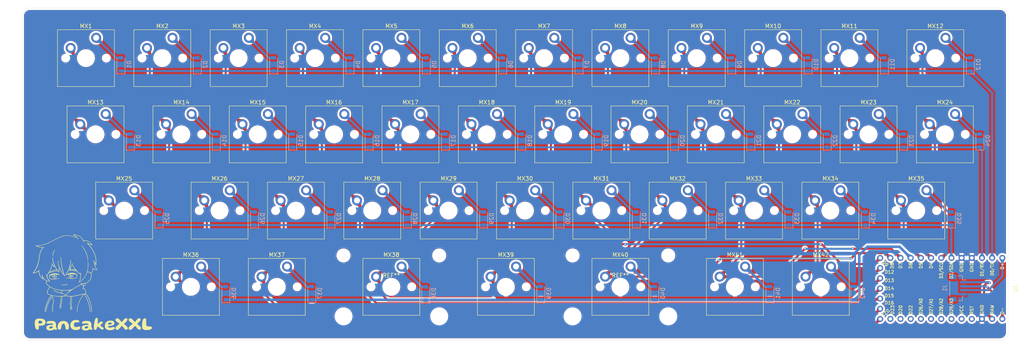
<source format=kicad_pcb>
(kicad_pcb (version 20240108) (generator "pcbnew") (generator_version "8.0")
  (layers (0 "F.Cu" signal) (31 "B.Cu" signal) (34 "B.Paste" user) (35 "F.Paste" user) (36 "B.SilkS" user "B.Silkscreen") (37 "F.SilkS" user "F.Silkscreen") (38 "B.Mask" user) (39 "F.Mask" user) (44 "Edge.Cuts" user))
  (net 0 "")
  (net 1 "Net-(D1-A)")
  (net 2 "Row0")
  (net 3 "Net-(D2-A)")
  (net 4 "Net-(D3-A)")
  (net 5 "Net-(D4-A)")
  (net 6 "Net-(D5-A)")
  (net 7 "Net-(D6-A)")
  (net 8 "Net-(D7-A)")
  (net 9 "Net-(D8-A)")
  (net 10 "Net-(D9-A)")
  (net 11 "Net-(D10-A)")
  (net 12 "Net-(D11-A)")
  (net 13 "Net-(D12-A)")
  (net 14 "Net-(D13-A)")
  (net 15 "Row1")
  (net 16 "Net-(D14-A)")
  (net 17 "Net-(D15-A)")
  (net 18 "Net-(D16-A)")
  (net 19 "Net-(D17-A)")
  (net 20 "Net-(D18-A)")
  (net 21 "Net-(D19-A)")
  (net 22 "Net-(D20-A)")
  (net 23 "Net-(D21-A)")
  (net 24 "Net-(D22-A)")
  (net 25 "Net-(D23-A)")
  (net 26 "Net-(D24-A)")
  (net 27 "Net-(D25-A)")
  (net 28 "Row2")
  (net 29 "Net-(D26-A)")
  (net 30 "Net-(D27-A)")
  (net 31 "Net-(D28-A)")
  (net 32 "Net-(D29-A)")
  (net 33 "Net-(D30-A)")
  (net 34 "Net-(D31-A)")
  (net 35 "Net-(D32-A)")
  (net 36 "Net-(D33-A)")
  (net 37 "Net-(D34-A)")
  (net 38 "Net-(D35-A)")
  (net 39 "Net-(D36-A)")
  (net 40 "Row3")
  (net 41 "Net-(D37-A)")
  (net 42 "Net-(D38-A)")
  (net 43 "Net-(D39-A)")
  (net 44 "Net-(D40-A)")
  (net 45 "Net-(D41-A)")
  (net 46 "Net-(D42-A)")
  (net 47 "Col0")
  (net 48 "Col1")
  (net 49 "Col2")
  (net 50 "Col3")
  (net 51 "Col4")
  (net 52 "Col5")
  (net 53 "Col6")
  (net 54 "Col7")
  (net 55 "Col8")
  (net 56 "Col9")
  (net 57 "Col10")
  (net 58 "Col11")
  (net 68 "GND")
  (net 69 "D-")
  (net 70 "RAW")
  (net 71 "D+")
  (footprint "ScottoKeebs_MX:MX_PCB_1.00u" (layer "F.Cu") (at 101.44125 52.943125)
    (property "Reference" "MX16")
    (property "Value" "MX-NoLED")
  )
  (footprint "ScottoKeebs_MX:MX_PCB_1.00u" (layer "F.Cu") (at 187.16625 71.993125)
    (property "Reference" "MX32")
    (property "Value" "MX-NoLED")
  )
  (footprint "footprints:Frood_PinHeader_2x13+5_P2.54mm_Labels_Top" (layer "F.Cu") (at 268.17425 91.44 -90)
    (property "Reference" "U1")
    (property "Value" "Frood" (hide yes))
  )
  (footprint "ScottoKeebs_MX:MX_PCB_1.25u" (layer "F.Cu") (at 251.46 33.893125)
    (property "Reference" "MX12")
    (property "Value" "MX-NoLED")
  )
  (footprint "ScottoKeebs_MX:MX_PCB_1.00u" (layer "F.Cu") (at 134.77875 33.893125)
    (property "Reference" "MX6")
    (property "Value" "MX-NoLED")
  )
  (footprint "ScottoKeebs_MX:MX_PCB_1.00u" (layer "F.Cu") (at 91.91625 71.993125)
    (property "Reference" "MX27")
    (property "Value" "MX-NoLED")
  )
  (footprint "ScottoKeebs_MX:MX_PCB_1.25u" (layer "F.Cu") (at 246.6975 71.993125)
    (property "Reference" "MX35")
    (property "Value" "MX-NoLED")
  )
  (footprint "PCM_Mounting_Keyboard_Stabilizer:Stabilizer_Cherry_MX_2.00u" (layer "F.Cu") (at 115.72875 90.188175)
    (property "Reference" "REF**")
    (property "Value" "Stabilizer_Cherry_MX_2.00u")
  )
  (footprint "ScottoKeebs_MX:MX_PCB_2.00u" (layer "F.Cu") (at 115.72875 91.043125)
    (property "Reference" "MX38")
    (property "Value" "MX-NoLED")
  )
  (footprint "ScottoKeebs_MX:MX_PCB_1.00u" (layer "F.Cu") (at 110.96625 71.993125)
    (property "Reference" "MX28")
    (property "Value" "MX-NoLED")
  )
  (footprint "ScottoKeebs_MX:MX_PCB_2.00u" (layer "F.Cu") (at 172.87875 91.043125)
    (property "Reference" "MX40")
    (property "Value" "MX-NoLED")
  )
  (footprint "ScottoKeebs_MX:MX_PCB_1.00u" (layer "F.Cu") (at 39.52875 33.893125)
    (property "Reference" "MX1")
    (property "Value" "MX-NoLED")
  )
  (footprint "ScottoKeebs_MX:MX_PCB_1.00u" (layer "F.Cu") (at 168.11625 71.993125)
    (property "Reference" "MX31")
    (property "Value" "MX-NoLED")
  )
  (footprint "ScottoKeebs_MX:MX_PCB_1.25u" (layer "F.Cu") (at 65.7225 91.043125)
    (property "Reference" "MX36")
    (property "Value" "MX-NoLED")
  )
  (footprint "ScottoKeebs_MX:MX_PCB_1.25u" (layer "F.Cu") (at 222.885 91.043125)
    (property "Reference" "MX42")
    (property "Value" "MX-NoLED")
  )
  (footprint "ScottoKeebs_MX:MX_PCB_1.00u" (layer "F.Cu") (at 72.86625 71.993125)
    (property "Reference" "MX26")
    (property "Value" "MX-NoLED")
  )
  (footprint "ScottoKeebs_MX:MX_PCB_1.00u" (layer "F.Cu") (at 225.26625 71.993125)
    (property "Reference" "MX34")
    (property "Value" "MX-NoLED")
  )
  (footprint "ScottoKeebs_MX:MX_PCB_1.00u" (layer "F.Cu") (at 87.15375 91.043125)
    (property "Reference" "MX37")
    (property "Value" "MX-NoLED")
  )
  (footprint "ScottoKeebs_MX:MX_PCB_1.00u" (layer "F.Cu") (at 210.97875 33.893125)
    (property "Reference" "MX10")
    (property "Value" "MX-NoLED")
  )
  (footprint "ScottoKeebs_MX:MX_PCB_1.00u" (layer "F.Cu") (at 177.64125 52.943125)
    (property "Reference" "MX20")
    (property "Value" "MX-NoLED")
  )
  (footprint "LOGO" (layer "F.Cu") (at 35.016139 87.299931)
    (property "Reference" "G***" (hide yes))
    (property "Value" "LOGO" (hide yes))
  )
  (footprint "ScottoKeebs_MX:MX_PCB_1.00u" (layer "F.Cu") (at 149.06625 71.993125)
    (property "Reference" "MX30")
    (property "Value" "MX-NoLED")
  )
  (footprint "ScottoKeebs_MX:MX_PCB_1.00u" (layer "F.Cu") (at 234.79125 52.943125)
    (property "Reference" "MX23")
    (property "Value" "MX-NoLED")
  )
  (footprint "ScottoKeebs_MX:MX_PCB_1.25u" (layer "F.Cu") (at 41.91 52.943125)
    (property "Reference" "MX13")
    (property "Value" "MX-NoLED")
  )
  (footprint "ScottoKeebs_MX:MX_PCB_1.00u" (layer "F.Cu") (at 58.57875 33.893125)
    (property "Reference" "MX2")
    (property "Value" "MX-NoLED")
  )
  (footprint "ScottoKeebs_MX:MX_PCB_1.00u" (layer "F.Cu") (at 139.54125 52.943125)
    (property "Reference" "MX18")
    (property "Value" "MX-NoLED")
  )
  (footprint "ScottoKeebs_MX:MX_PCB_1.00u" (layer "F.Cu") (at 253.84125 52.943125)
    (property "Reference" "MX24")
    (property "Value" "MX-NoLED")
  )
  (footprint "ScottoKeebs_MX:MX_PCB_1.00u" (layer "F.Cu") (at 153.82875 33.893125)
    (property "Reference" "MX7")
    (property "Value" "MX-NoLED")
  )
  (footprint "ScottoKeebs_MX:MX_PCB_1.00u" (layer "F.Cu") (at 115.72875 33.893125)
    (property "Reference" "MX5")
    (property "Value" "MX-NoLED")
  )
  (footprint "ScottoKeebs_MX:MX_PCB_1.00u" (layer "F.Cu") (at 206.21625 71.993125)
    (property "Reference" "MX33")
    (property "Value" "MX-NoLED")
  )
  (footprint "ScottoKeebs_MX:MX_PCB_1.00u" (layer "F.Cu") (at 96.67875 33.893125)
    (property "Reference" "MX4")
    (property "Value" "MX-NoLED")
  )
  (footprint "LOGO" (layer "F.Cu") (at 41.33125 100.375)
    (property "Reference" "G***" (hide yes))
    (property "Value" "LOGO" (hide yes))
  )
  (footprint "ScottoKeebs_MX:MX_PCB_1.00u" (layer "F.Cu") (at 230.02875 33.893125)
    (property "Reference" "MX11")
    (property "Value" "MX-NoLED")
  )
  (footprint "ScottoKeebs_MX:MX_PCB_1.00u" (layer "F.Cu") (at 191.92875 33.893125)
    (property "Reference" "MX9")
    (property "Value" "MX-NoLED")
  )
  (footprint "ScottoKeebs_MX:MX_PCB_1.00u" (layer "F.Cu") (at 158.59125 52.943125)
    (property "Reference" "MX19")
    (property "Value" "MX-NoLED")
  )
  (footprint "ScottoKeebs_MX:MX_PCB_1.00u" (layer "F.Cu") (at 63.34125 52.943125)
    (property "Reference" "MX14")
    (property "Value" "MX-NoLED")
  )
  (footprint "ScottoKeebs_MX:MX_PCB_1.00u" (layer "F.Cu") (at 144.30375 91.043125)
    (property "Reference" "MX39")
    (property "Value" "MX-NoLED")
  )
  (footprint "ScottoKeebs_MX:MX_PCB_1.00u" (layer "F.Cu") (at 120.49125 52.943125)
    (property "Reference" "MX17")
    (property "Value" "MX-NoLED")
  )
  (footprint "PCM_Mounting_Keyboard_Stabilizer:Stabilizer_Cherry_MX_2.00u" (layer "F.Cu") (at 172.87875 90.188175)
    (property "Reference" "REF**")
    (property "Value" "Stabilizer_Cherry_MX_2.00u")
  )
  (footprint "ScottoKeebs_MX:MX_PCB_1.00u" (layer "F.Cu") (at 215.74125 52.943125)
    (property "Reference" "MX22")
    (property "Value" "MX-NoLED")
  )
  (footprint "ScottoKeebs_MX:MX_PCB_1.00u" (layer "F.Cu") (at 201.45375 91.043125)
    (property "Reference" "MX41")
    (property "Value" "MX-NoLED")
  )
  (footprint "ScottoKeebs_MX:MX_PCB_1.00u" (layer "F.Cu") (at 196.69125 52.943125)
    (property "Reference" "MX21")
    (property "Value" "MX-NoLED")
  )
  (footprint "ScottoKeebs_MX:MX_PCB_1.00u" (layer "F.Cu") (at 172.87875 33.893125)
    (property "Reference" "MX8")
    (property "Value" "MX-NoLED")
  )
  (footprint "ScottoKeebs_MX:MX_PCB_1.00u" (layer "F.Cu") (at 130.01625 71.993125)
    (property "Reference" "MX29")
    (property "Value" "MX-NoLED")
  )
  (footprint "ScottoKeebs_MX:MX_PCB_1.00u" (layer "F.Cu") (at 77.62875 33.893125)
    (property "Reference" "MX3")
    (property "Value" "MX-NoLED")
  )
  (footprint "ScottoKeebs_MX:MX_PCB_1.00u" (layer "F.Cu") (at 82.39125 52.943125)
    (property "Reference" "MX15")
    (property "Value" "MX-NoLED")
  )
  (footprint "ScottoKeebs_MX:MX_PCB_1.50u" (layer "F.Cu") (at 49.05375 71.993125)
    (property "Reference" "MX25")
    (property "Value" "MX-NoLED")
  )
  (footprint "Diode_SMD:D_SOD-123" (layer "B.Cu") (at 124.30125 92.71 90)
    (property "Reference" "D38")
    (property "Value" "D_Small")
  )
  (footprint "Diode_SMD:D_SOD-123" (layer "B.Cu") (at 91.1225 54.530625 90)
    (property "Reference" "D15")
    (property "Value" "D_Small")
  )
  (footprint "Diode_SMD:D_SOD-123" (layer "B.Cu") (at 219.71 35.480625 90)
    (property "Reference" "D10")
    (property "Value" "D_Small")
  )
  (footprint "Diode_SMD:D_SOD-123" (layer "B.Cu") (at 157.7975 73.9775 90)
    (property "Reference" "D30")
    (property "Value" "D_Small")
  )
  (footprint "Diode_SMD:D_SOD-123" (layer "B.Cu") (at 181.61 35.480625 90)
    (property "Reference" "D8")
    (property "Value" "D_Small")
  )
  (footprint "Diode_SMD:D_SOD-123" (layer "B.Cu") (at 95.885 92.630625 90)
    (property "Reference" "D37")
    (property "Value" "D_Small")
  )
  (footprint "Diode_SMD:D_SOD-123" (layer "B.Cu") (at 48.26 35.480625 90)
    (property "Reference" "D1")
    (property "Value" "D_Small")
  )
  (footprint "Diode_SMD:D_SOD-123" (layer "B.Cu") (at 214.9475 73.9775 90)
    (property "Reference" "D33")
    (property "Value" "D_Small")
  )
  (footprint "Diode_SMD:D_SOD-123" (layer "B.Cu") (at 224.4725 54.530625 90)
    (property "Reference" "D22")
    (property "Value" "D_Small")
  )
  (footprint "Diode_SMD:D_SOD-123" (layer "B.Cu") (at 262.5725 54.530625 90)
    (property "Reference" "D24")
    (property "Value" "D_Small")
  )
  (footprint "Diode_SMD:D_SOD-123" (layer "B.Cu") (at 255.42875 73.9775 90)
    (property "Reference" "D35")
    (property "Value" "D_Small")
  )
  (footprint "Diode_SMD:D_SOD-123" (layer "B.Cu") (at 162.56 35.480625 90)
    (property "Reference" "D7")
    (property "Value" "D_Small")
  )
  (footprint "Diode_SMD:D_SOD-123" (layer "B.Cu") (at 138.7475 73.9775 90)
    (property "Reference" "D29")
    (property "Value" "D_Small")
  )
  (footprint "Diode_SMD:D_SOD-123" (layer "B.Cu") (at 176.8475 73.9775 90)
    (property "Reference" "D31")
    (property "Value" "D_Small")
  )
  (footprint "Diode_SMD:D_SOD-123" (layer "B.Cu") (at 153.035 92.630625 90)
    (property "Reference" "D39")
    (property "Value" "D_Small")
  )
  (footprint "Diode_SMD:D_SOD-123" (layer "B.Cu") (at 238.76 35.480625 90)
    (property "Reference" "D11")
    (property "Value" "D_Small")
  )
  (footprint "Diode_SMD:D_SOD-123" (layer "B.Cu") (at 200.66 35.480625 90)
    (property "Reference" "D9")
    (property "Value" "D_Small")
  )
  (footprint "Diode_SMD:D_SOD-123" (layer "B.Cu") (at 100.6475 73.9775 90)
    (property "Reference" "D27")
    (property "Value" "D_Small")
  )
  (footprint "Diode_SMD:D_SOD-123" (layer "B.Cu") (at 233.9975 73.9775 90)
    (property "Reference" "D34")
    (property "Value" "D_Small")
  )
  (footprint "Diode_SMD:D_SOD-123" (layer "B.Cu") (at 205.4225 54.530625 90)
    (property "Reference" "D21")
    (property "Value" "D_Small")
  )
  (footprint "Diode_SMD:D_SOD-123" (layer "B.Cu") (at 186.3725 54.530625 90)
    (property "Reference" "D20")
    (property "Value" "D_Small")
  )
  (footprint "Diode_SMD:D_SOD-123" (layer "B.Cu") (at 74.45375 92.630625 90)
    (property "Reference" "D36")
    (property "Value" "D_Small")
  )
  (footprint "Diode_SMD:D_SOD-123" (layer "B.Cu") (at 105.41 35.480625 90)
    (property "Reference" "D4")
    (property "Value" "D_Small")
  )
  (footprint "Diode_SMD:D_SOD-123" (layer "B.Cu") (at 195.8975 73.9775 90)
    (property "Reference" "D32")
    (property "Value" "D_Small")
  )
  (footprint "Diode_SMD:D_SOD-123" (layer "B.Cu") (at 72.0725 54.530625 90)
    (property "Reference" "D14")
    (property "Value" "D_Small")
  )
  (footprint "Diode_SMD:D_SOD-123" (layer "B.Cu") (at 260.19125 35.480625 90)
    (property "Reference" "D12")
    (property "Value" "D_Small")
  )
  (footprint "Diode_SMD:D_SOD-123" (layer "B.Cu") (at 210.185 92.630625 90)
    (property "Reference" "D41")
    (property "Value" "D_Small")
  )
  (footprint "Diode_SMD:D_SOD-123" (layer "B.Cu") (at 86.36 35.480625 90)
    (property "Reference" "D3")
    (property "Value" "D_Small")
  )
  (footprint "Diode_SMD:D_SOD-123" (layer "B.Cu") (at 129.2225 54.530625 90)
    (property "Reference" "D17")
    (property "Value" "D_Small")
  )
  (footprint "Diode_SMD:D_SOD-123" (layer "B.Cu") (at 57.785 73.9775 90)
    (property "Reference" "D25")
    (property "Value" "D_Small")
  )
  (footprint "Diode_SMD:D_SOD-123" (layer "B.Cu") (at 110.1725 54.530625 90)
    (property "Reference" "D16")
    (property "Value" "D_Small")
  )
  (footprint "Diode_SMD:D_SOD-123" (layer "B.Cu") (at 231.36225 92.630625 90)
    (property "Reference" "D42")
    (property "Value" "D_Small")
  )
  (footprint "Diode_SMD:D_SOD-123" (layer "B.Cu") (at 181.45125 92.630625 90)
    (property "Reference" "D40")
    (property "Value" "D_Small")
  )
  (footprint "Diode_SMD:D_SOD-123" (layer "B.Cu") (at 67.31 35.480625 90)
    (property "Reference" "D2")
    (property "Value" "D_Small")
  )
  (footprint "Diode_SMD:D_SOD-123" (layer "B.Cu") (at 50.64125 54.530625 90)
    (property "Reference" "D13")
    (property "Value" "D_Small")
  )
  (footprint "Diode_SMD:D_SOD-123" (layer "B.Cu") (at 81.5975 73.9775 90)
    (property "Reference" "D26")
    (property "Value" "D_Small")
  )
  (footprint "Diode_SMD:D_SOD-123" (layer "B.Cu") (at 124.46 35.480625 90)
    (property "Reference" "D5")
    (property "Value" "D_Small")
  )
  (footprint "Connector_JST:JST_SH_BM04B-SRSS-TB_1x04-1MP_P1.00mm_Vertical" (layer "B.Cu") (at 257.08125 91.375 -90)
    (property "Reference" "J1")
    (property "Value" "Conn_01x04")
  )
  (footprint "Diode_SMD:D_SOD-123" (layer "B.Cu") (at 148.2725 54.530625 90)
    (property "Reference" "D18")
    (property "Value" "D_Small")
  )
  (footprint "Diode_SMD:D_SOD-123" (layer "B.Cu") (at 119.6975 73.9775 90)
    (property "Reference" "D28")
    (property "Value" "D_Small")
  )
  (footprint "Diode_SMD:D_SOD-123" (layer "B.Cu") (at 243.5225 54.530625 90)
    (property "Reference" "D23")
    (property "Value" "D_Small")
  )
  (footprint "Diode_SMD:D_SOD-123" (layer "B.Cu") (at 167.3225 54.530625 90)
    (property "Reference" "D19")
    (property "Value" "D_Small")
  )
  (footprint "Diode_SMD:D_SOD-123" (layer "B.Cu") (at 143.51 35.480625 90)
    (property "Reference" "D6")
    (property "Value" "D_Small")
  )
  (gr_line (start 23.58125 23.375) (end 23.58125 102.375) (stroke (width 0.05)) (layer "Edge.Cuts"))
  (gr_arc (start 23.58125 23.375) (mid 24.167036 21.960786) (end 25.58125 21.375) (stroke (width 0.05)) (layer "Edge.Cuts"))
  (gr_line (start 267.58125 21.375) (end 25.58125 21.375) (stroke (width 0.05)) (layer "Edge.Cuts"))
  (gr_line (start 25.58125 104.375) (end 267.58125 104.375) (stroke (width 0.05)) (layer "Edge.Cuts"))
  (gr_arc (start 267.58125 21.375) (mid 268.995464 21.960786) (end 269.58125 23.375) (stroke (width 0.05)) (layer "Edge.Cuts"))
  (gr_arc (start 269.58125 102.375) (mid 268.995464 103.789214) (end 267.58125 104.375) (stroke (width 0.05)) (layer "Edge.Cuts"))
  (gr_line (start 269.58125 102.375) (end 269.58125 23.375) (stroke (width 0.05)) (layer "Edge.Cuts"))
  (gr_arc (start 25.58125 104.375) (mid 24.167036 103.789214) (end 23.58125 102.375) (stroke (width 0.05)) (layer "Edge.Cuts"))
  (segment (start 42.06875 28.813125) (end 47.08625 33.830625) (width 0.508) (layer "B.Cu") (net 1))
  (segment (start 47.08625 33.830625) (end 48.26 33.830625) (width 0.508) (layer "B.Cu") (net 1))
  (segment (start 260.19125 37.130625) (end 238.76 37.130625) (width 0.508) (layer "B.Cu") (net 2))
  (segment (start 200.66 37.130625) (end 48.26 37.130625) (width 0.508) (layer "B.Cu") (net 2))
  (segment (start 238.76 37.130625) (end 219.71 37.130625) (width 0.508) (layer "B.Cu") (net 2))
  (segment (start 265.63425 42.573625) (end 265.63425 83.82) (width 0.508) (layer "B.Cu") (net 2))
  (segment (start 219.71 37.130625) (end 200.66 37.130625) (width 0.508) (layer "B.Cu") (net 2))
  (segment (start 260.19125 37.130625) (end 265.63425 42.573625) (width 0.508) (layer "B.Cu") (net 2))
  (segment (start 61.11875 28.813125) (end 66.13625 33.830625) (width 0.508) (layer "B.Cu") (net 3))
  (segment (start 66.13625 33.830625) (end 67.31 33.830625) (width 0.508) (layer "B.Cu") (net 3))
  (segment (start 80.16875 28.813125) (end 85.18625 33.830625) (width 0.508) (layer "B.Cu") (net 4))
  (segment (start 85.18625 33.830625) (end 86.36 33.830625) (width 0.508) (layer "B.Cu") (net 4))
  (segment (start 104.23625 33.830625) (end 105.41 33.830625) (width 0.508) (layer "B.Cu") (net 5))
  (segment (start 99.21875 28.813125) (end 104.23625 33.830625) (width 0.508) (layer "B.Cu") (net 5))
  (segment (start 123.28625 33.830625) (end 124.46 33.830625) (width 0.508) (layer "B.Cu") (net 6))
  (segment (start 118.26875 28.813125) (end 123.28625 33.830625) (width 0.508) (layer "B.Cu") (net 6))
  (segment (start 142.33625 33.830625) (end 143.51 33.830625) (width 0.508) (layer "B.Cu") (net 7))
  (segment (start 137.31875 28.813125) (end 142.33625 33.830625) (width 0.508) (layer "B.Cu") (net 7))
  (segment (start 161.38625 33.830625) (end 162.56 33.830625) (width 0.508) (layer "B.Cu") (net 8))
  (segment (start 156.36875 28.813125) (end 161.38625 33.830625) (width 0.508) (layer "B.Cu") (net 8))
  (segment (start 180.43625 33.830625) (end 181.61 33.830625) (width 0.508) (layer "B.Cu") (net 9))
  (segment (start 175.41875 28.813125) (end 180.43625 33.830625) (width 0.508) (layer "B.Cu") (net 9))
  (segment (start 194.46875 28.813125) (end 199.48625 33.830625) (width 0.508) (layer "B.Cu") (net 10))
  (segment (start 199.48625 33.830625) (end 200.66 33.830625) (width 0.508) (layer "B.Cu") (net 10))
  (segment (start 213.51875 28.813125) (end 218.53625 33.830625) (width 0.508) (layer "B.Cu") (net 11))
  (segment (start 218.53625 33.830625) (end 219.71 33.830625) (width 0.508) (layer "B.Cu") (net 11))
  (segment (start 232.56875 28.813125) (end 237.58625 33.830625) (width 0.508) (layer "B.Cu") (net 12))
  (segment (start 237.58625 33.830625) (end 238.76 33.830625) (width 0.508) (layer "B.Cu") (net 12))
  (segment (start 254 28.813125) (end 259.0175 33.830625) (width 0.508) (layer "B.Cu") (net 13))
  (segment (start 259.0175 33.830625) (end 260.19125 33.830625) (width 0.508) (layer "B.Cu") (net 13))
  (segment (start 49.4675 52.880625) (end 50.64125 52.880625) (width 0.508) (layer "B.Cu") (net 14))
  (segment (start 44.45 47.863125) (end 49.4675 52.880625) (width 0.508) (layer "B.Cu") (net 14))
  (segment (start 263.09425 57.005) (end 263.09425 83.82) (width 0.508) (layer "B.Cu") (net 15))
  (segment (start 262.5725 56.180625) (end 262.5725 56.48325) (width 0.508) (layer "B.Cu") (net 15))
  (segment (start 262.5725 56.180625) (end 50.64125 56.180625) (width 0.508) (layer "B.Cu") (net 15))
  (segment (start 262.5725 56.48325) (end 263.09425 57.005) (width 0.508) (layer "B.Cu") (net 15))
  (segment (start 70.89875 52.880625) (end 72.0725 52.880625) (width 0.508) (layer "B.Cu") (net 16))
  (segment (start 65.88125 47.863125) (end 70.89875 52.880625) (width 0.508) (layer "B.Cu") (net 16))
  (segment (start 89.94875 52.880625) (end 91.1225 52.880625) (width 0.508) (layer "B.Cu") (net 17))
  (segment (start 84.93125 47.863125) (end 89.94875 52.880625) (width 0.508) (layer "B.Cu") (net 17))
  (segment (start 103.98125 47.863125) (end 108.99875 52.880625) (width 0.508) (layer "B.Cu") (net 18))
  (segment (start 108.99875 52.880625) (end 110.1725 52.880625) (width 0.508) (layer "B.Cu") (net 18))
  (segment (start 123.03125 47.863125) (end 128.04875 52.880625) (width 0.508) (layer "B.Cu") (net 19))
  (segment (start 128.04875 52.880625) (end 129.2225 52.880625) (width 0.508) (layer "B.Cu") (net 19))
  (segment (start 147.09875 52.880625) (end 148.2725 52.880625) (width 0.508) (layer "B.Cu") (net 20))
  (segment (start 142.08125 47.863125) (end 147.09875 52.880625) (width 0.508) (layer "B.Cu") (net 20))
  (segment (start 166.14875 52.880625) (end 167.3225 52.880625) (width 0.508) (layer "B.Cu") (net 21))
  (segment (start 161.13125 47.863125) (end 166.14875 52.880625) (width 0.508) (layer "B.Cu") (net 21))
  (segment (start 180.18125 47.863125) (end 185.19875 52.880625) (width 0.508) (layer "B.Cu") (net 22))
  (segment (start 185.19875 52.880625) (end 186.3725 52.880625) (width 0.508) (layer "B.Cu") (net 22))
  (segment (start 204.24875 52.880625) (end 205.4225 52.880625) (width 0.508) (layer "B.Cu") (net 23))
  (segment (start 199.23125 47.863125) (end 204.24875 52.880625) (width 0.508) (layer "B.Cu") (net 23))
  (segment (start 218.28125 47.863125) (end 223.29875 52.880625) (width 0.508) (layer "B.Cu") (net 24))
  (segment (start 223.29875 52.880625) (end 224.4725 52.880625) (width 0.508) (layer "B.Cu") (net 24))
  (segment (start 242.34875 52.880625) (end 243.5225 52.880625) (width 0.508) (layer "B.Cu") (net 25))
  (segment (start 237.33125 47.863125) (end 242.34875 52.880625) (width 0.508) (layer "B.Cu") (net 25))
  (segment (start 261.39875 52.880625) (end 262.5725 52.880625) (width 0.508) (layer "B.Cu") (net 26))
  (segment (start 256.38125 47.863125) (end 261.39875 52.880625) (width 0.508) (layer "B.Cu") (net 26))
  (segment (start 51.59375 66.913125) (end 57.008125 72.3275) (width 0.508) (layer "B.Cu") (net 27))
  (segment (start 57.008125 72.3275) (end 57.785 72.3275) (width 0.508) (layer "B.Cu") (net 27))
  (segment (start 255.42875 75.6275) (end 255.42875 83.7745) (width 0.508) (layer "B.Cu") (net 28))
  (segment (start 255.42875 75.6275) (end 57.785 75.6275) (width 0.508) (layer "B.Cu") (net 28))
  (segment (start 255.42875 83.7745) (end 255.47425 83.82) (width 0.508) (layer "B.Cu") (net 28))
  (segment (start 80.820625 72.3275) (end 81.5975 72.3275) (width 0.508) (layer "B.Cu") (net 29))
  (segment (start 75.40625 66.913125) (end 80.820625 72.3275) (width 0.508) (layer "B.Cu") (net 29))
  (segment (start 94.45625 66.913125) (end 99.870625 72.3275) (width 0.508) (layer "B.Cu") (net 30))
  (segment (start 99.870625 72.3275) (end 100.6475 72.3275) (width 0.508) (layer "B.Cu") (net 30))
  (segment (start 118.920625 72.3275) (end 119.6975 72.3275) (width 0.508) (layer "B.Cu") (net 31))
  (segment (start 113.50625 66.913125) (end 118.920625 72.3275) (width 0.508) (layer "B.Cu") (net 31))
  (segment (start 137.970625 72.3275) (end 138.7475 72.3275) (width 0.508) (layer "B.Cu") (net 32))
  (segment (start 132.55625 66.913125) (end 137.970625 72.3275) (width 0.508) (layer "B.Cu") (net 32))
  (segment (start 151.60625 66.913125) (end 157.020625 72.3275) (width 0.508) (layer "B.Cu") (net 33))
  (segment (start 157.020625 72.3275) (end 157.7975 72.3275) (width 0.508) (layer "B.Cu") (net 33))
  (segment (start 176.070625 72.3275) (end 176.8475 72.3275) (width 0.508) (layer "B.Cu") (net 34))
  (segment (start 170.65625 66.913125) (end 176.070625 72.3275) (width 0.508) (layer "B.Cu") (net 34))
  (segment (start 189.70625 66.913125) (end 195.120625 72.3275) (width 0.508) (layer "B.Cu") (net 35))
  (segment (start 195.120625 72.3275) (end 195.8975 72.3275) (width 0.508) (layer "B.Cu") (net 35))
  (segment (start 214.170625 72.3275) (end 214.9475 72.3275) (width 0.508) (layer "B.Cu") (net 36))
  (segment (start 208.75625 66.913125) (end 214.170625 72.3275) (width 0.508) (layer "B.Cu") (net 36))
  (segment (start 227.80625 66.913125) (end 233.220625 72.3275) (width 0.508) (layer "B.Cu") (net 37))
  (segment (start 233.220625 72.3275) (end 233.9975 72.3275) (width 0.508) (layer "B.Cu") (net 37))
  (segment (start 254.651875 72.3275) (end 255.42875 72.3275) (width 0.508) (layer "B.Cu") (net 38))
  (segment (start 249.2375 66.913125) (end 254.651875 72.3275) (width 0.508) (layer "B.Cu") (net 38))
  (segment (start 73.28 90.980625) (end 74.45375 90.980625) (width 0.508) (layer "B.Cu") (net 39))
  (segment (start 68.2625 85.963125) (end 73.28 90.980625) (width 0.508) (layer "B.Cu") (net 39))
  (segment (start 231.36225 94.280625) (end 232.47975 93.163125) (width 0.635) (layer "B.Cu") (net 40))
  (segment (start 232.47975 93.163125) (end 232.47975 83.0835) (width 0.635) (layer "B.Cu") (net 40))
  (segment (start 234.53725 81.026) (end 242.52025 81.026) (width 0.635) (layer "B.Cu") (net 40))
  (segment (start 242.52025 81.026) (end 245.31425 83.82) (width 0.635) (layer "B.Cu") (net 40))
  (segment (start 232.47975 83.0835) (end 234.53725 81.026) (width 0.635) (layer "B.Cu") (net 40))
  (segment (start 231.36225 94.280625) (end 74.45375 94.280625) (width 0.635) (layer "B.Cu") (net 40))
  (segment (start 89.69375 85.963125) (end 94.71125 90.980625) (width 0.508) (layer "B.Cu") (net 41))
  (segment (start 94.71125 90.980625) (end 95.885 90.980625) (width 0.508) (layer "B.Cu") (net 41))
  (segment (start 123.365625 91.06) (end 124.30125 91.06) (width 0.635) (layer "B.Cu") (net 42))
  (segment (start 118.26875 85.963125) (end 123.365625 91.06) (width 0.635) (layer "B.Cu") (net 42))
  (segment (start 151.86125 90.980625) (end 153.035 90.980625) (width 0.635) (layer "B.Cu") (net 43))
  (segment (start 146.84375 85.963125) (end 151.86125 90.980625) (width 0.635) (layer "B.Cu") (net 43))
  (segment (start 175.41875 85.963125) (end 180.43625 90.980625) (width 0.635) (layer "B.Cu") (net 44))
  (segment (start 180.43625 90.980625) (end 181.45125 90.980625) (width 0.635) (layer "B.Cu") (net 44))
  (segment (start 209.01125 90.980625) (end 210.185 90.980625) (width 0.635) (layer "B.Cu") (net 45))
  (segment (start 203.99375 85.963125) (end 209.01125 90.980625) (width 0.635) (layer "B.Cu") (net 45))
  (segment (start 230.4425 90.980625) (end 231.36225 90.980625) (width 0.635) (layer "B.Cu") (net 46))
  (segment (start 225.425 85.963125) (end 230.4425 90.980625) (width 0.635) (layer "B.Cu") (net 46))
  (segment (start 69.703174 102.054) (end 234.70025 102.054) (width 0.508) (layer "F.Cu") (net 47))
  (segment (start 46.54975 70.759125) (end 46.54975 78.900576) (width 0.508) (layer "F.Cu") (net 47))
  (segment (start 234.70025 102.054) (end 237.69425 99.06) (width 0.508) (layer "F.Cu") (net 47))
  (segment (start 39.349999 51.653124) (end 39.349999 63.559374) (width 0.508) (layer "F.Cu") (net 47))
  (segment (start 45.24375 69.453125) (end 46.54975 70.759125) (width 0.508) (layer "F.Cu") (net 47))
  (segment (start 39.349999 63.559374) (end 45.24375 69.453125) (width 0.508) (layer "F.Cu") (net 47))
  (segment (start 36.41725 32.051625) (end 36.41725 48.720375) (width 0.508) (layer "F.Cu") (net 47))
  (segment (start 38.1 50.403125) (end 39.349999 51.653124) (width 0.508) (layer "F.Cu") (net 47))
  (segment (start 36.41725 48.720375) (end 38.1 50.403125) (width 0.508) (layer "F.Cu") (net 47))
  (segment (start 46.54975 78.900576) (end 69.703174 102.054) (width 0.508) (layer "F.Cu") (net 47))
  (segment (start 35.71875 31.353125) (end 36.41725 32.051625) (width 0.508) (layer "F.Cu") (net 47))
  (segment (start 69.69125 80.724375) (end 61.9125 88.503125) (width 0.508) (layer "F.Cu") (net 48))
  (segment (start 63.162499 89.753124) (end 63.162499 92.150249) (width 0.508) (layer "F.Cu") (net 48))
  (segment (start 61.9125 88.503125) (end 63.162499 89.753124) (width 0.508) (layer "F.Cu") (net 48))
  (segment (start 60.29325 51.165125) (end 60.29325 60.690125) (width 0.508) (layer "F.Cu") (net 48))
  (segment (start 232.86825 101.346) (end 237.69425 96.52) (width 0.508) (layer "F.Cu") (net 48))
  (segment (start 63.162499 92.150249) (end 72.35825 101.346) (width 0.508) (layer "F.Cu") (net 48))
  (segment (start 69.69125 70.088125) (end 69.69125 80.724375) (width 0.508) (layer "F.Cu") (net 48))
  (segment (start 55.46725 46.339125) (end 59.53125 50.403125) (width 0.508) (layer "F.Cu") (net 48))
  (segment (start 60.29325 60.690125) (end 69.05625 69.453125) (width 0.508) (layer "F.Cu") (net 48))
  (segment (start 59.53125 50.403125) (end 60.29325 51.165125) (width 0.508) (layer "F.Cu") (net 48))
  (segment (start 72.35825 101.346) (end 232.86825 101.346) (width 0.508) (layer "F.Cu") (net 48))
  (segment (start 54.76875 31.353125) (end 55.46725 32.051625) (width 0.508) (layer "F.Cu") (net 48))
  (segment (start 55.46725 32.051625) (end 55.46725 46.339125) (width 0.508) (layer "F.Cu") (net 48))
  (segment (start 69.05625 69.453125) (end 69.69125 70.088125) (width 0.508) (layer "F.Cu") (net 48))
  (segment (start 73.81875 31.353125) (end 74.39025 31.924625) (width 0.508) (layer "F.Cu") (net 49))
  (segment (start 236.856964 93.98) (end 234.986964 95.85) (width 0.508) (layer "F.Cu") (net 49))
  (segment (start 74.39025 31.924625) (end 74.39025 46.212125) (width 0.508) (layer "F.Cu") (net 49))
  (segment (start 234.986964 95.85) (end 87.05525 95.85) (width 0.508) (layer "F.Cu") (net 49))
  (segment (start 83.91525 89.074625) (end 83.34375 88.503125) (width 0.508) (layer "F.Cu") (net 49))
  (segment (start 79.34325 60.690125) (end 79.34325 51.165125) (width 0.508) (layer "F.Cu") (net 49))
  (segment (start 79.34325 51.165125) (end 78.58125 50.403125) (width 0.508) (layer "F.Cu") (net 49))
  (segment (start 83.34375 88.503125) (end 88.86825 82.978625) (width 0.508) (layer "F.Cu") (net 49))
  (segment (start 87.05525 95.85) (end 83.91525 92.71) (width 0.508) (layer "F.Cu") (net 49))
  (segment (start 237.69425 93.98) (end 236.856964 93.98) (width 0.508) (layer "F.Cu") (net 49))
  (segment (start 83.91525 92.71) (end 83.91525 89.074625) (width 0.508) (layer "F.Cu") (net 49))
  (segment (start 88.86825 82.978625) (end 88.86825 70.215125) (width 0.508) (layer "F.Cu") (net 49))
  (segment (start 74.39025 46.212125) (end 78.58125 50.403125) (width 0.508) (layer "F.Cu") (net 49))
  (segment (start 88.86825 70.215125) (end 88.10625 69.453125) (width 0.508) (layer "F.Cu") (net 49))
  (segment (start 88.10625 69.453125) (end 79.34325 60.690125) (width 0.508) (layer "F.Cu") (net 49))
  (segment (start 237.69425 91.44) (end 233.99225 95.142) (width 0.508) (layer "F.Cu") (net 50))
  (segment (start 98.39325 51.165125) (end 97.63125 50.403125) (width 0.508) (layer "F.Cu") (net 50))
  (segment (start 93.69425 46.466125) (end 97.63125 50.403125) (width 0.508) (layer "F.Cu") (net 50))
  (segment (start 107.91825 91.059) (end 107.91825 70.215125) (width 0.508) (layer "F.Cu") (net 50))
  (segment (start 112.00125 95.142) (end 107.91825 91.059) (width 0.508) (layer "F.Cu") (net 50))
  (segment (start 107.15625 69.453125) (end 98.39325 60.690125) (width 0.508) (layer "F.Cu") (net 50))
  (segment (start 98.39325 60.690125) (end 98.39325 51.165125) (width 0.508) (layer "F.Cu") (net 50))
  (segment (start 93.69425 32.178625) (end 93.69425 46.466125) (width 0.508) (layer "F.Cu") (net 50))
  (segment (start 92.86875 31.353125) (end 93.69425 32.178625) (width 0.508) (layer "F.Cu") (net 50))
  (segment (start 233.99225 95.142) (end 112.00125 95.142) (width 0.508) (layer "F.Cu") (net 50))
  (segment (start 107.91825 70.215125) (end 107.15625 69.453125) (width 0.508) (layer "F.Cu") (net 50))
  (segment (start 117.44325 60.690125) (end 126.20625 69.453125) (width 0.508) (layer "F.Cu") (net 51))
  (segment (start 117.44325 51.165125) (end 117.44325 60.690125) (width 0.508) (layer "F.Cu") (net 51))
  (segment (start 114.847424 94.434) (end 112.74425 92.330826) (width 0.508) (layer "F.Cu") (net 51))
  (segment (start 116.68125 50.403125) (end 112.61725 46.339125) (width 0.508) (layer "F.Cu") (net 51))
  (segment (start 112.61725 32.051625) (end 111.91875 31.353125) (width 0.508) (layer "F.Cu") (net 51))
  (segment (start 127.09525 70.342125) (end 126.20625 69.453125) (width 0.508) (layer "F.Cu") (net 51))
  (segment (start 112.61725 46.339125) (end 112.61725 32.051625) (width 0.508) (layer "F.Cu") (net 51))
  (segment (start 112.74425 92.330826) (end 112.74425 89.328625) (width 0.508) (layer "F.Cu") (net 51))
  (segment (start 116.68125 50.403125) (end 117.44325 51.165125) (width 0.508) (layer "F.Cu") (net 51))
  (segment (start 232.16025 94.434) (end 114.847424 94.434) (width 0.508) (layer "F.Cu") (net 51))
  (segment (start 111.91875 88.503125) (end 127.09525 73.326625) (width 0.508) (layer "F.Cu") (net 51))
  (segment (start 127.09525 73.326625) (end 127.09525 70.342125) (width 0.508) (layer "F.Cu") (net 51))
  (segment (start 112.74425 89.328625) (end 111.91875 88.503125) (width 0.508) (layer "F.Cu") (net 51))
  (segment (start 237.69425 88.9) (end 232.16025 94.434) (width 0.508) (layer "F.Cu") (net 51))
  (segment (start 142.08125 93.726) (end 141.19225 92.837) (width 0.508) (layer "F.Cu") (net 52))
  (segment (start 136.36625 60.563125) (end 145.25625 69.453125) (width 0.508) (layer "F.Cu") (net 52))
  (segment (start 136.36625 51.038125) (end 136.36625 60.563125) (width 0.508) (layer "F.Cu") (net 52))
  (segment (start 140.49375 88.503125) (end 145.76425 83.232625) (width 0.508) (layer "F.Cu") (net 52))
  (segment (start 135.73125 50.403125) (end 136.36625 51.038125) (width 0.508) (layer "F.Cu") (net 52))
  (segment (start 145.76425 83.232625) (end 145.76425 69.961125) (width 0.508) (layer "F.Cu") (net 52))
  (segment (start 141.19225 92.837) (end 141.19225 89.201625) (width 0.508) (layer "F.Cu") (net 52))
  (segment (start 130.96875 31.353125) (end 131.54025 31.924625) (width 0.508) (layer "F.Cu") (net 52))
  (segment (start 145.76425 69.961125) (end 145.25625 69.453125) (width 0.508) (layer "F.Cu") (net 52))
  (segment (start 230.32825 93.726) (end 142.08125 93.726) (width 0.508) (layer "F.Cu") (net 52))
  (segment (start 131.54025 46.212125) (end 135.73125 50.403125) (width 0.508) (layer "F.Cu") (net 52))
  (segment (start 141.19225 89.201625) (end 140.49375 88.503125) (width 0.508) (layer "F.Cu") (net 52))
  (segment (start 131.54025 31.924625) (end 131.54025 46.212125) (width 0.508) (layer "F.Cu") (net 52))
  (segment (start 237.69425 86.36) (end 230.32825 93.726) (width 0.508) (layer "F.Cu") (net 52))
  (segment (start 150.59025 46.212125) (end 154.78125 50.403125) (width 0.508) (layer "F.Cu") (net 53))
  (segment (start 155.54325 51.165125) (end 154.78125 50.403125) (width 0.508) (layer "F.Cu") (net 53))
  (segment (start 165.61225 73.030316) (end 172.972934 80.391) (width 0.508) (layer "F.Cu") (net 53))
  (segment (start 223.082091 80.391) (end 228.035091 85.344) (width 0.508) (layer "F.Cu") (net 53))
  (segment (start 150.59025 31.924625) (end 150.59025 46.212125) (width 0.508) (layer "F.Cu") (net 53))
  (segment (start 165.61225 70.759125) (end 165.61225 73.030316) (width 0.508) (layer "F.Cu") (net 53))
  (segment (start 155.54325 60.690125) (end 155.54325 51.165125) (width 0.508) (layer "F.Cu") (net 53))
  (segment (start 150.01875 31.353125) (end 150.59025 31.924625) (width 0.508) (layer "F.Cu") (net 53))
  (segment (start 228.035091 85.344) (end 236.17025 85.344) (width 0.508) (layer "F.Cu") (net 53))
  (segment (start 222.84525 80.391) (end 223.082091 80.391) (width 0.508) (layer "F.Cu") (net 53))
  (segment (start 164.30625 69.453125) (end 165.61225 70.759125) (width 0.508) (layer "F.Cu") (net 53))
  (segment (start 164.30625 69.453125) (end 155.54325 60.690125) (width 0.508) (layer "F.Cu") (net 53))
  (segment (start 172.972934 80.391) (end 174.08525 80.391) (width 0.508) (layer "F.Cu") (net 53))
  (segment (start 236.17025 85.344) (end 237.69425 83.82) (width 0.508) (layer "F.Cu") (net 53))
  (via (at 222.84525 80.391) (size 0.6) (drill 0.3) (layers "F.Cu" "B.Cu") (net 53))
  (via (at 174.08525 80.391) (size 0.6) (drill 0.3) (layers "F.Cu" "B.Cu") (net 53))
  (segment (start 174.08525 80.391) (end 222.84525 80.391) (width 0.508) (layer "B.Cu") (net 53))
  (segment (start 169.06875 88.3285) (end 184.11825 73.279) (width 0.508) (layer "F.Cu") (net 54))
  (segment (start 239.03025 82.616) (end 240.23425 83.82) (width 0.508) (layer "F.Cu") (net 54))
  (segment (start 184.11825 73.279) (end 184.11825 70.215125) (width 0.508) (layer "F.Cu") (net 54))
  (segment (start 184.11825 70.215125) (end 183.35625 69.453125) (width 0.508) (layer "F.Cu") (net 54))
  (segment (start 169.76725 46.339125) (end 169.76725 32.051625) (width 0.508) (layer "F.Cu") (net 54))
  (segment (start 174.33925 50.911125) (end 173.83125 50.403125) (width 0.508) (layer "F.Cu") (net 54))
  (segment (start 231.80425 82.616) (end 239.03025 82.616) (width 0.508) (layer "F.Cu") (net 54))
  (segment (start 183.35625 69.453125) (end 174.33925 60.436125) (width 0.508) (layer "F.Cu") (net 54))
  (segment (start 173.83125 50.403125) (end 169.76725 46.339125) (width 0.508) (layer "F.Cu") (net 54))
  (segment (start 169.06875 88.503125) (end 193.405125 88.503125) (width 0.508) (layer "F.Cu") (net 54))
  (segment (start 193.405125 88.503125) (end 197.45325 84.455) (width 0.508) (layer "F.Cu") (net 54))
  (segment (start 169.06875 88.503125) (end 169.06875 88.3285) (width 0.508) (layer "F.Cu") (net 54))
  (segment (start 230.47325 83.947) (end 231.80425 82.616) (width 0.508) (layer "F.Cu") (net 54))
  (segment (start 174.33925 60.436125) (end 174.33925 50.911125) (width 0.508) (layer "F.Cu") (net 54))
  (segment (start 169.76725 32.051625) (end 169.06875 31.353125) (width 0.508) (layer "F.Cu") (net 54))
  (via (at 197.45325 84.455) (size 0.6) (drill 0.3) (layers "F.Cu" "B.Cu") (net 54))
  (via (at 230.47325 83.947) (size 0.6) (drill 0.3) (layers "F.Cu" "B.Cu") (net 54))
  (segment (start 197.45325 84.455) (end 197.96125 83.947) (width 0.508) (layer "B.Cu") (net 54))
  (segment (start 197.96125 83.947) (end 230.47325 83.947) (width 0.508) (layer "B.Cu") (net 54))
  (segment (start 188.81725 32.051625) (end 188.81725 46.339125) (width 0.508) (layer "F.Cu") (net 55))
  (segment (start 188.81725 46.339125) (end 192.88125 50.403125) (width 0.508) (layer "F.Cu") (net 55))
  (segment (start 202.40625 69.453125) (end 193.51625 60.563125) (width 0.508) (layer "F.Cu") (net 55))
  (segment (start 193.51625 51.038125) (end 192.88125 50.403125) (width 0.508) (layer "F.Cu") (net 55))
  (segment (start 203.04125 70.088125) (end 203.04125 83.105625) (width 0.508) (layer "F.Cu") (net 55))
  (segment (start 203.04125 83.105625) (end 197.64375 88.503125) (width 0.508) (layer "F.Cu") (net 55))
  (segment (start 211.947125 88.503125) (end 218.91625 81.534) (width 0.508) (layer "F.Cu") (net 55))
  (segment (start 202.40625 69.453125) (end 203.04125 70.088125) (width 0.508) (layer "F.Cu") (net 55))
  (segment (start 188.11875 31.353125) (end 188.81725 32.051625) (width 0.508) (layer "F.Cu") (net 55))
  (segment (start 197.64375 88.503125) (end 211.947125 88.503125) (width 0.508) (layer "F.Cu") (net 55))
  (segment (start 230.85425 81.534) (end 240.48825 81.534) (width 0.508) (layer "F.Cu") (net 55))
  (segment (start 240.48825 81.534) (end 242.77425 83.82) (width 0.508) (layer "F.Cu") (net 55))
  (segment (start 193.51625 60.563125) (end 193.51625 51.038125) (width 0.508) (layer "F.Cu") (net 55))
  (via (at 230.85425 81.534) (size 0.6) (drill 0.3) (layers "F.Cu" "B.Cu") (net 55))
  (via (at 218.91625 81.534) (size 0.6) (drill 0.3) (layers "F.Cu" "B.Cu") (net 55))
  (segment (start 218.91625 81.534) (end 230.85425 81.534) (width 0.508) (layer "B.Cu") (net 55))
  (segment (start 211.93125 50.403125) (end 207.86725 46.339125) (width 0.508) (layer "F.Cu") (net 56))
  (segment (start 222.09125 85.486875) (end 219.075 88.503125) (width 0.508) (layer "F.Cu") (net 56))
  (segment (start 212.43925 50.911125) (end 211.93125 50.403125) (width 0.508) (layer "F.Cu") (net 56))
  (segment (start 221.45625 69.453125) (end 222.09125 70.088125) (width 0.508) (layer "F.Cu") (net 56))
  (segment (start 207.86725 32.051625) (end 207.16875 31.353125) (width 0.508) (layer "F.Cu") (net 56))
  (segment (start 222.09125 70.088125) (end 222.09125 79.629) (width 0.508) (layer "F.Cu") (net 56))
  (segment (start 212.43925 60.436125) (end 212.43925 50.911125) (width 0.508) (layer "F.Cu") (net 56))
  (segment (start 221.45625 69.453125) (end 212.43925 60.436125) (width 0.508) (layer "F.Cu") (net 56))
  (segment (start 222.09125 79.629) (end 222.09125 85.486875) (width 0.508) (layer "F.Cu") (net 56))
  (segment (start 207.86725 46.339125) (end 207.86725 32.051625) (width 0.508) (layer "F.Cu") (net 56))
  (segment (start 247.85425 83.82) (end 243.66325 79.629) (width 0.508) (layer "F.Cu") (net 56))
  (segment (start 243.66325 79.629) (end 222.09125 79.629) (width 0.508) (layer "F.Cu") (net 56))
  (segment (start 242.8875 69.453125) (end 243.55425 70.119875) (width 0.508) (layer "F.Cu") (net 57))
  (segment (start 226.21875 31.353125) (end 226.91725 32.051625) (width 0.508) (layer "F.Cu") (net 57))
  (segment (start 231.74325 51.165125) (end 230.98125 50.403125) (width 0.508) (layer "F.Cu") (net 57))
  (segment (start 231.74325 58.308875) (end 231.74325 51.165125) (width 0.508) (layer "F.Cu") (net 57))
  (segment (start 226.91725 32.051625) (end 226.91725 46.339125) (width 0.508) (layer "F.Cu") (net 57))
  (segment (start 226.91725 46.339125) (end 230.98125 50.403125) (width 0.508) (layer "F.Cu") (net 57))
  (segment (start 243.55425 76.98) (end 250.39425 83.82) (width 0.508) (layer "F.Cu") (net 57))
  (segment (start 242.8875 69.453125) (end 231.74325 58.308875) (width 0.508) (layer "F.Cu") (net 57))
  (segment (start 243.55425 70.119875) (end 243.55425 76.98) (width 0.508) (layer "F.Cu") (net 57))
  (segment (start 251.33725 64.933) (end 253.84125 67.437) (width 0.508) (layer "F.Cu") (net 58))
  (segment (start 253.84125 82.913) (end 252.93425 83.82) (width 0.508) (layer "F.Cu") (net 58))
  (segment (start 248.25325 48.625125) (end 248.25325 31.956375) (width 0.508) (layer "F.Cu") (net 58))
  (segment (start 250.03125 50.403125) (end 248.25325 48.625125) (width 0.508) (layer "F.Cu") (net 58))
  (segment (start 250.03125 50.403125) (end 251.33725 51.709125) (width 0.508) (layer "F.Cu") (net 58))
  (segment (start 253.84125 67.437) (end 253.84125 82.913) (width 0.508) (layer "F.Cu") (net 58))
  (segment (start 248.25325 31.956375) (end 247.65 31.353125) (width 0.508) (layer "F.Cu") (net 58))
  (segment (start 251.33725 51.709125) (end 251.33725 64.933) (width 0.508) (layer "F.Cu") (net 58))
  (segment (start 264.38225 91.059) (end 268.17425 94.851) (width 0.508) (layer "F.Cu") (net 69))
  (segment (start 268.17425 94.851) (end 268.17425 99.06) (width 0.508) (layer "F.Cu") (net 69))
  (via (at 264.38225 91.059) (size 0.6) (drill 0.3) (layers "F.Cu" "B.Cu") (net 69))
  (segment (start 264.25525 90.932) (end 264.38225 91.059) (width 0.508) (layer "B.Cu") (net 69))
  (segment (start 258.46325 90.932) (end 264.25525 90.932) (width 0.508) (layer "B.Cu") (net 69))
  (segment (start 258.40625 90.875) (end 258.46325 90.932) (width 0.508) (layer "B.Cu") (net 69))
  (segment (start 263.62825 97.054) (end 265.63425 99.06) (width 0.508) (layer "F.Cu") (net 70))
  (segment (start 263.62825 90.746682) (end 263.62825 97.054) (width 0.508) (layer "F.Cu") (net 70))
  (segment (start 265.01725 90.043) (end 264.331932 90.043) (width 0.508) (layer "F.Cu") (net 70))
  (segment (start 264.331932 90.043) (end 263.62825 90.746682) (width 0.508) (layer "F.Cu") (net 70))
  (via (at 265.01725 90.043) (size 0.6) (drill 0.3) (layers "F.Cu" "B.Cu") (net 70))
  (segment (start 264.84925 89.875) (end 265.01725 90.043) (width 0.508) (layer "B.Cu") (net 70))
  (segment (start 258.40625 89.875) (end 264.84925 89.875) (width 0.508) (layer "B.Cu") (net 70))
  (segment (start 264.70925 91.875) (end 268.17425 88.41) (width 0.508) (layer "B.Cu") (net 71))
  (segment (start 258.40625 91.875) (end 264.70925 91.875) (width 0.508) (layer "B.Cu") (net 71))
  (segment (start 268.17425 88.41) (end 268.17425 83.82) (width 0.508) (layer "B.Cu") (net 71))
  (zone (net 68) (net_name "GND") (layers "F&B.Cu") (connect_pads (clearance 0.5)) (min_thickness 0.25) (fill yes (thermal_gap 0.5) (thermal_bridge_width 0.5))
    (polygon (pts (xy 273.58125 19.375) (xy 272.58125 109.375) (xy 18.08125 107.875) (xy 21.58125 19.375)))
  )
)
</source>
